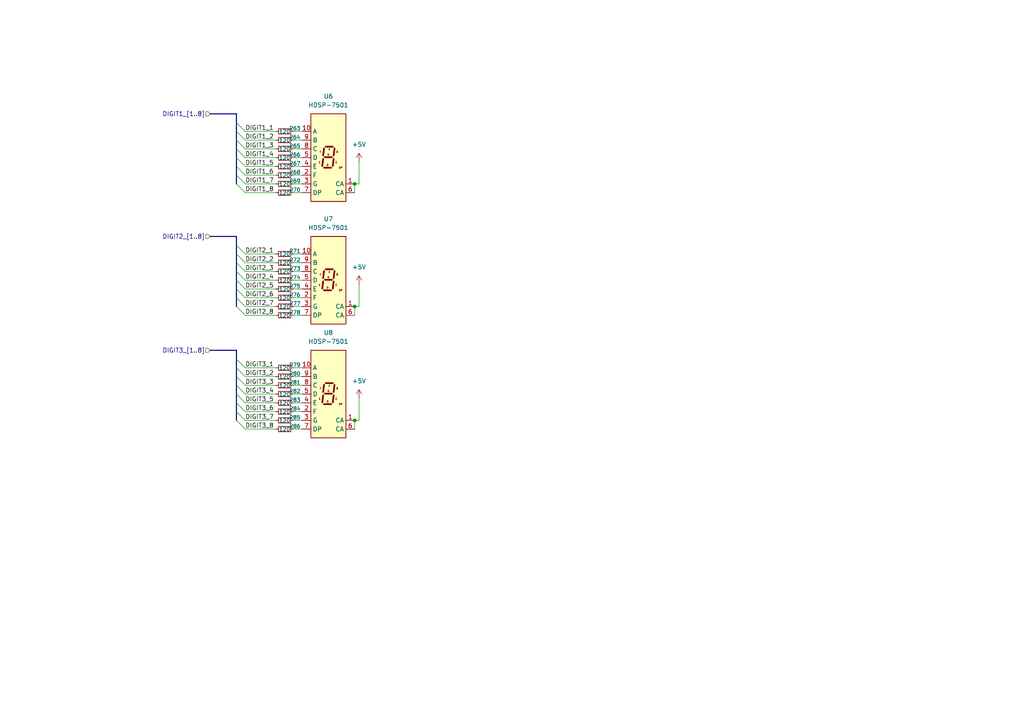
<source format=kicad_sch>
(kicad_sch (version 20211123) (generator eeschema)
  (paper "A4")
  (title_block (title "Arena Clock Carrier") (date "2023-11-19") (rev "1.0") (company "MassDestruction (Sarah Pohorecky)"))
  (lib_symbols
    (symbol "Device:R_Small" (pin_numbers hide) (pin_names (offset 0.254) hide)
      (property "Reference" "R" (at 0.762 0.508 0))
      (property "Value" "R_Small" (at 0.762 -1.016 0))
      (symbol "R_Small_0_1"
        (rectangle (start -0.762 1.778) (end 0.762 -1.778) (stroke (width 0.2032)))
      )
      (symbol "R_Small_1_1"
        (pin passive line (at 0 2.54 270) (length 0.762) (name "~") (number "1"))
        (pin passive line (at 0 -2.54 90) (length 0.762) (name "~") (number "2"))
      )
    )
    (symbol "Display_Character:HDSP-7501"
      (property "Reference" "U" (at -3.81 13.97 0))
      (property "Value" "HDSP-7501" (at 6.35 13.97 0))
      (symbol "HDSP-7501_1_0"
        (text "A" (at 0.254 2.413 0) (effects (font (size 0.508 0.508))))
        (text "B" (at 2.54 1.651 0) (effects (font (size 0.508 0.508))))
        (text "C" (at 2.286 -1.397 0) (effects (font (size 0.508 0.508))))
        (text "D" (at -0.254 -2.159 0) (effects (font (size 0.508 0.508))))
        (text "DP" (at 3.556 -2.921 0) (effects (font (size 0.508 0.508))))
        (text "E" (at -2.54 -1.397 0) (effects (font (size 0.508 0.508))))
        (text "F" (at -2.286 1.651 0) (effects (font (size 0.508 0.508))))
        (text "G" (at 0 0.889 0) (effects (font (size 0.508 0.508))))
      )
      (symbol "HDSP-7501_1_1"
        (rectangle (start -5.08 12.7) (end 5.08 -12.7) (stroke (width 0.254)) (fill (type background)))
        (polyline (pts (xy -1.524 -0.381) (xy -1.778 -2.413)) (stroke (width 0.508)))
        (polyline (pts (xy -1.27 -2.921) (xy 0.762 -2.921)) (stroke (width 0.508)))
        (polyline (pts (xy -1.27 2.667) (xy -1.524 0.635)) (stroke (width 0.508)))
        (polyline (pts (xy -1.016 0.127) (xy 1.016 0.127)) (stroke (width 0.508)))
        (polyline (pts (xy -0.762 3.175) (xy 1.27 3.175)) (stroke (width 0.508)))
        (polyline (pts (xy 1.524 -0.381) (xy 1.27 -2.413)) (stroke (width 0.508)))
        (polyline (pts (xy 1.778 2.667) (xy 1.524 0.635)) (stroke (width 0.508)))
        (polyline (pts (xy 2.54 -2.921) (xy 2.54 -2.921)) (stroke (width 0.508)))
        (pin input line (at 7.62 -7.62 180) (length 2.54) (name "CA") (number "1"))
        (pin input line (at -7.62 7.62 0) (length 2.54) (name "A") (number "10"))
        (pin input line (at -7.62 -5.08 0) (length 2.54) (name "F") (number "2"))
        (pin input line (at -7.62 -7.62 0) (length 2.54) (name "G") (number "3"))
        (pin input line (at -7.62 -2.54 0) (length 2.54) (name "E") (number "4"))
        (pin input line (at -7.62 0 0) (length 2.54) (name "D") (number "5"))
        (pin input line (at 7.62 -10.16 180) (length 2.54) (name "CA") (number "6"))
        (pin input line (at -7.62 -10.16 0) (length 2.54) (name "DP") (number "7"))
        (pin input line (at -7.62 2.54 0) (length 2.54) (name "C") (number "8"))
        (pin input line (at -7.62 5.08 0) (length 2.54) (name "B") (number "9"))
      )
    )
    (symbol "power:+5V" (power) (pin_names (offset 0))
      (property "Value" "+5V" (at 0 3.556 0))
      (symbol "+5V_0_1"
        (polyline (pts (xy -0.762 1.27) (xy 0 2.54)))
        (polyline (pts (xy 0 0) (xy 0 2.54)))
        (polyline (pts (xy 0 2.54) (xy 0.762 1.27)))
      )
      (symbol "+5V_1_1"
        (pin power_in line (at 0 0 90) (length 0) hide (name "+5V") (number "1"))
      )
    )
  )
  (junction (at 102.87 53.34))
  (junction (at 102.87 121.92))
  (junction (at 102.87 88.9))
  (bus_entry (at 68.58 111.76) (size 2.54 2.54))
  (bus_entry (at 68.58 106.68) (size 2.54 2.54))
  (bus_entry (at 68.58 81.28) (size 2.54 2.54))
  (bus_entry (at 68.58 114.3) (size 2.54 2.54))
  (bus_entry (at 68.58 83.82) (size 2.54 2.54))
  (bus_entry (at 68.58 73.66) (size 2.54 2.54))
  (bus_entry (at 68.58 45.72) (size 2.54 2.54))
  (bus_entry (at 68.58 53.34) (size 2.54 2.54))
  (bus_entry (at 68.58 43.18) (size 2.54 2.54))
  (bus_entry (at 68.58 116.84) (size 2.54 2.54))
  (bus_entry (at 68.58 119.38) (size 2.54 2.54))
  (bus_entry (at 68.58 76.2) (size 2.54 2.54))
  (bus_entry (at 68.58 109.22) (size 2.54 2.54))
  (bus_entry (at 68.58 78.74) (size 2.54 2.54))
  (bus_entry (at 68.58 40.64) (size 2.54 2.54))
  (bus_entry (at 68.58 88.9) (size 2.54 2.54))
  (bus_entry (at 68.58 48.26) (size 2.54 2.54))
  (bus_entry (at 68.58 50.8) (size 2.54 2.54))
  (bus_entry (at 68.58 86.36) (size 2.54 2.54))
  (bus_entry (at 68.58 121.92) (size 2.54 2.54))
  (bus_entry (at 68.58 104.14) (size 2.54 2.54))
  (bus_entry (at 68.58 71.12) (size 2.54 2.54))
  (bus_entry (at 68.58 38.1) (size 2.54 2.54))
  (bus_entry (at 68.58 35.56) (size 2.54 2.54))
  (wire (pts (xy 104.14 82.55) (xy 104.14 88.9)))
  (wire (pts (xy 85.09 83.82) (xy 87.63 83.82)))
  (wire (pts (xy 85.09 116.84) (xy 87.63 116.84)))
  (wire (pts (xy 71.12 88.9) (xy 80.01 88.9)))
  (wire (pts (xy 71.12 45.72) (xy 80.01 45.72)))
  (bus (pts (xy 60.96 68.58) (xy 68.58 68.58)))
  (bus (pts (xy 68.58 73.66) (xy 68.58 76.2)))
  (wire (pts (xy 104.14 53.34) (xy 102.87 53.34)))
  (wire (pts (xy 71.12 78.74) (xy 80.01 78.74)))
  (wire (pts (xy 85.09 88.9) (xy 87.63 88.9)))
  (bus (pts (xy 68.58 76.2) (xy 68.58 78.74)))
  (bus (pts (xy 68.58 38.1) (xy 68.58 40.64)))
  (wire (pts (xy 71.12 116.84) (xy 80.01 116.84)))
  (wire (pts (xy 71.12 53.34) (xy 80.01 53.34)))
  (wire (pts (xy 104.14 121.92) (xy 102.87 121.92)))
  (wire (pts (xy 85.09 81.28) (xy 87.63 81.28)))
  (wire (pts (xy 104.14 46.99) (xy 104.14 53.34)))
  (bus (pts (xy 60.96 33.02) (xy 68.58 33.02)))
  (wire (pts (xy 102.87 88.9) (xy 102.87 91.44)))
  (wire (pts (xy 85.09 73.66) (xy 87.63 73.66)))
  (wire (pts (xy 102.87 53.34) (xy 102.87 55.88)))
  (wire (pts (xy 85.09 40.64) (xy 87.63 40.64)))
  (bus (pts (xy 68.58 33.02) (xy 68.58 35.56)))
  (wire (pts (xy 85.09 91.44) (xy 87.63 91.44)))
  (wire (pts (xy 71.12 50.8) (xy 80.01 50.8)))
  (bus (pts (xy 68.58 83.82) (xy 68.58 86.36)))
  (bus (pts (xy 68.58 71.12) (xy 68.58 73.66)))
  (wire (pts (xy 71.12 121.92) (xy 80.01 121.92)))
  (bus (pts (xy 68.58 78.74) (xy 68.58 81.28)))
  (wire (pts (xy 85.09 53.34) (xy 87.63 53.34)))
  (wire (pts (xy 85.09 109.22) (xy 87.63 109.22)))
  (wire (pts (xy 71.12 114.3) (xy 80.01 114.3)))
  (bus (pts (xy 68.58 45.72) (xy 68.58 48.26)))
  (bus (pts (xy 68.58 101.6) (xy 68.58 104.14)))
  (bus (pts (xy 68.58 40.64) (xy 68.58 43.18)))
  (wire (pts (xy 71.12 86.36) (xy 80.01 86.36)))
  (wire (pts (xy 71.12 73.66) (xy 80.01 73.66)))
  (bus (pts (xy 68.58 111.76) (xy 68.58 114.3)))
  (bus (pts (xy 68.58 81.28) (xy 68.58 83.82)))
  (wire (pts (xy 71.12 38.1) (xy 80.01 38.1)))
  (wire (pts (xy 85.09 124.46) (xy 87.63 124.46)))
  (wire (pts (xy 71.12 43.18) (xy 80.01 43.18)))
  (wire (pts (xy 71.12 91.44) (xy 80.01 91.44)))
  (wire (pts (xy 71.12 109.22) (xy 80.01 109.22)))
  (wire (pts (xy 71.12 106.68) (xy 80.01 106.68)))
  (wire (pts (xy 85.09 119.38) (xy 87.63 119.38)))
  (wire (pts (xy 85.09 78.74) (xy 87.63 78.74)))
  (bus (pts (xy 68.58 43.18) (xy 68.58 45.72)))
  (wire (pts (xy 85.09 106.68) (xy 87.63 106.68)))
  (bus (pts (xy 68.58 119.38) (xy 68.58 121.92)))
  (wire (pts (xy 85.09 86.36) (xy 87.63 86.36)))
  (bus (pts (xy 68.58 35.56) (xy 68.58 38.1)))
  (wire (pts (xy 85.09 55.88) (xy 87.63 55.88)))
  (wire (pts (xy 71.12 40.64) (xy 80.01 40.64)))
  (wire (pts (xy 71.12 76.2) (xy 80.01 76.2)))
  (wire (pts (xy 71.12 111.76) (xy 80.01 111.76)))
  (bus (pts (xy 68.58 48.26) (xy 68.58 50.8)))
  (wire (pts (xy 71.12 55.88) (xy 80.01 55.88)))
  (bus (pts (xy 68.58 116.84) (xy 68.58 119.38)))
  (wire (pts (xy 85.09 114.3) (xy 87.63 114.3)))
  (bus (pts (xy 68.58 68.58) (xy 68.58 71.12)))
  (wire (pts (xy 85.09 38.1) (xy 87.63 38.1)))
  (bus (pts (xy 68.58 109.22) (xy 68.58 111.76)))
  (wire (pts (xy 71.12 83.82) (xy 80.01 83.82)))
  (bus (pts (xy 68.58 50.8) (xy 68.58 53.34)))
  (wire (pts (xy 104.14 88.9) (xy 102.87 88.9)))
  (bus (pts (xy 68.58 86.36) (xy 68.58 88.9)))
  (wire (pts (xy 104.14 115.57) (xy 104.14 121.92)))
  (wire (pts (xy 71.12 81.28) (xy 80.01 81.28)))
  (wire (pts (xy 71.12 124.46) (xy 80.01 124.46)))
  (wire (pts (xy 85.09 45.72) (xy 87.63 45.72)))
  (wire (pts (xy 85.09 43.18) (xy 87.63 43.18)))
  (wire (pts (xy 102.87 121.92) (xy 102.87 124.46)))
  (bus (pts (xy 68.58 106.68) (xy 68.58 109.22)))
  (bus (pts (xy 68.58 104.14) (xy 68.58 106.68)))
  (wire (pts (xy 85.09 111.76) (xy 87.63 111.76)))
  (wire (pts (xy 85.09 50.8) (xy 87.63 50.8)))
  (wire (pts (xy 71.12 48.26) (xy 80.01 48.26)))
  (wire (pts (xy 85.09 121.92) (xy 87.63 121.92)))
  (wire (pts (xy 71.12 119.38) (xy 80.01 119.38)))
  (wire (pts (xy 85.09 48.26) (xy 87.63 48.26)))
  (bus (pts (xy 60.96 101.6) (xy 68.58 101.6)))
  (bus (pts (xy 68.58 114.3) (xy 68.58 116.84)))
  (wire (pts (xy 85.09 76.2) (xy 87.63 76.2)))
  (label "DIGIT2_1" (at 71.12 73.66 0))
  (label "DIGIT3_6" (at 71.12 119.38 0))
  (label "DIGIT2_6" (at 71.12 86.36 0))
  (label "DIGIT3_3" (at 71.12 111.76 0))
  (label "DIGIT3_5" (at 71.12 116.84 0))
  (label "DIGIT3_7" (at 71.12 121.92 0))
  (label "DIGIT1_6" (at 71.12 50.8 0))
  (label "DIGIT2_4" (at 71.12 81.28 0))
  (label "DIGIT1_2" (at 71.12 40.64 0))
  (label "DIGIT2_2" (at 71.12 76.2 0))
  (label "DIGIT3_4" (at 71.12 114.3 0))
  (label "DIGIT2_8" (at 71.12 91.44 0))
  (label "DIGIT1_1" (at 71.12 38.1 0))
  (label "DIGIT1_3" (at 71.12 43.18 0))
  (label "DIGIT1_7" (at 71.12 53.34 0))
  (label "DIGIT3_2" (at 71.12 109.22 0))
  (label "DIGIT2_5" (at 71.12 83.82 0))
  (label "DIGIT3_1" (at 71.12 106.68 0))
  (label "DIGIT2_7" (at 71.12 88.9 0))
  (label "DIGIT1_8" (at 71.12 55.88 0))
  (label "DIGIT1_4" (at 71.12 45.72 0))
  (label "DIGIT1_5" (at 71.12 48.26 0))
  (label "DIGIT3_8" (at 71.12 124.46 0))
  (label "DIGIT2_3" (at 71.12 78.74 0))
  (hierarchical_label "DIGIT1_[1..8]" (shape input) (at 60.96 33.02 180))
  (hierarchical_label "DIGIT3_[1..8]" (shape input) (at 60.96 101.6 180))
  (hierarchical_label "DIGIT2_[1..8]" (shape input) (at 60.96 68.58 180))
  (symbol (lib_id "Device:R_Small") (at 82.55 124.46 90) (unit 1)
    (property "Reference" "R86" (at 85.5166 123.6195 90) (effects (font (size 1.1 1.1))))
    (property "Value" "120" (at 82.5514 124.5234 90) (effects (font (size 1.1 1.1))))
    (property "Footprint" "Resistor_SMD:R_0805_2012Metric_Pad1.20x1.40mm_HandSolder" (effects hide))
  )
  (symbol (lib_id "Device:R_Small") (at 82.55 45.72 90) (unit 1)
    (property "Reference" "R66" (at 85.5166 44.8795 90) (effects (font (size 1.1 1.1))))
    (property "Value" "120" (at 82.5514 45.7834 90) (effects (font (size 1.1 1.1))))
    (property "Footprint" "Resistor_SMD:R_0805_2012Metric_Pad1.20x1.40mm_HandSolder" (effects hide))
  )
  (symbol (lib_id "Device:R_Small") (at 82.55 48.26 90) (unit 1)
    (property "Reference" "R67" (at 85.5166 47.4195 90) (effects (font (size 1.1 1.1))))
    (property "Value" "120" (at 82.5514 48.3234 90) (effects (font (size 1.1 1.1))))
    (property "Footprint" "Resistor_SMD:R_0805_2012Metric_Pad1.20x1.40mm_HandSolder" (effects hide))
  )
  (symbol (lib_id "Device:R_Small") (at 82.55 88.9 90) (unit 1)
    (property "Reference" "R77" (at 85.5166 88.0595 90) (effects (font (size 1.1 1.1))))
    (property "Value" "120" (at 82.5514 88.9634 90) (effects (font (size 1.1 1.1))))
    (property "Footprint" "Resistor_SMD:R_0805_2012Metric_Pad1.20x1.40mm_HandSolder" (effects hide))
  )
  (symbol (lib_id "power:+5V") (at 104.14 115.57 0) (unit 1)
    (property "Reference" "#PWR038" (effects hide))
    (property "Value" "+5V" (at 104.14 110.49 0))
  )
  (symbol (lib_id "Device:R_Small") (at 82.55 50.8 90) (unit 1)
    (property "Reference" "R68" (at 85.5166 49.9595 90) (effects (font (size 1.1 1.1))))
    (property "Value" "120" (at 82.5514 50.8634 90) (effects (font (size 1.1 1.1))))
    (property "Footprint" "Resistor_SMD:R_0805_2012Metric_Pad1.20x1.40mm_HandSolder" (effects hide))
  )
  (symbol (lib_id "Device:R_Small") (at 82.55 55.88 90) (unit 1)
    (property "Reference" "R70" (at 85.5166 55.0395 90) (effects (font (size 1.1 1.1))))
    (property "Value" "120" (at 82.5514 55.9434 90) (effects (font (size 1.1 1.1))))
    (property "Footprint" "Resistor_SMD:R_0805_2012Metric_Pad1.20x1.40mm_HandSolder" (effects hide))
  )
  (symbol (lib_id "Device:R_Small") (at 82.55 111.76 90) (unit 1)
    (property "Reference" "R81" (at 85.5166 110.9195 90) (effects (font (size 1.1 1.1))))
    (property "Value" "120" (at 82.5514 111.8234 90) (effects (font (size 1.1 1.1))))
    (property "Footprint" "Resistor_SMD:R_0805_2012Metric_Pad1.20x1.40mm_HandSolder" (effects hide))
  )
  (symbol (lib_id "Device:R_Small") (at 82.55 83.82 90) (unit 1)
    (property "Reference" "R75" (at 85.5166 82.9795 90) (effects (font (size 1.1 1.1))))
    (property "Value" "120" (at 82.5514 83.8834 90) (effects (font (size 1.1 1.1))))
    (property "Footprint" "Resistor_SMD:R_0805_2012Metric_Pad1.20x1.40mm_HandSolder" (effects hide))
  )
  (symbol (lib_id "Device:R_Small") (at 82.55 78.74 90) (unit 1)
    (property "Reference" "R73" (at 85.5166 77.8995 90) (effects (font (size 1.1 1.1))))
    (property "Value" "120" (at 82.5514 78.8034 90) (effects (font (size 1.1 1.1))))
    (property "Footprint" "Resistor_SMD:R_0805_2012Metric_Pad1.20x1.40mm_HandSolder" (effects hide))
  )
  (symbol (lib_id "Device:R_Small") (at 82.55 38.1 90) (unit 1)
    (property "Reference" "R63" (at 85.5166 37.2595 90) (effects (font (size 1.1 1.1))))
    (property "Value" "120" (at 82.5514 38.1634 90) (effects (font (size 1.1 1.1))))
    (property "Footprint" "Resistor_SMD:R_0805_2012Metric_Pad1.20x1.40mm_HandSolder" (effects hide))
  )
  (symbol (lib_id "Device:R_Small") (at 82.55 114.3 90) (unit 1)
    (property "Reference" "R82" (at 85.5166 113.4595 90) (effects (font (size 1.1 1.1))))
    (property "Value" "120" (at 82.5514 114.3634 90) (effects (font (size 1.1 1.1))))
    (property "Footprint" "Resistor_SMD:R_0805_2012Metric_Pad1.20x1.40mm_HandSolder" (effects hide))
  )
  (symbol (lib_id "power:+5V") (at 104.14 46.99 0) (unit 1)
    (property "Reference" "#PWR036" (effects hide))
    (property "Value" "+5V" (at 104.14 41.91 0))
  )
  (symbol (lib_id "Device:R_Small") (at 82.55 73.66 90) (unit 1)
    (property "Reference" "R71" (at 85.5166 72.8195 90) (effects (font (size 1.1 1.1))))
    (property "Value" "120" (at 82.5514 73.7234 90) (effects (font (size 1.1 1.1))))
    (property "Footprint" "Resistor_SMD:R_0805_2012Metric_Pad1.20x1.40mm_HandSolder" (effects hide))
  )
  (symbol (lib_id "Device:R_Small") (at 82.55 86.36 90) (unit 1)
    (property "Reference" "R76" (at 85.5166 85.5195 90) (effects (font (size 1.1 1.1))))
    (property "Value" "120" (at 82.5514 86.4234 90) (effects (font (size 1.1 1.1))))
    (property "Footprint" "Resistor_SMD:R_0805_2012Metric_Pad1.20x1.40mm_HandSolder" (effects hide))
  )
  (symbol (lib_id "Device:R_Small") (at 82.55 81.28 90) (unit 1)
    (property "Reference" "R74" (at 85.5166 80.4395 90) (effects (font (size 1.1 1.1))))
    (property "Value" "120" (at 82.5514 81.3434 90) (effects (font (size 1.1 1.1))))
    (property "Footprint" "Resistor_SMD:R_0805_2012Metric_Pad1.20x1.40mm_HandSolder" (effects hide))
  )
  (symbol (lib_id "Device:R_Small") (at 82.55 43.18 90) (unit 1)
    (property "Reference" "R65" (at 85.5166 42.3395 90) (effects (font (size 1.1 1.1))))
    (property "Value" "120" (at 82.5514 43.2434 90) (effects (font (size 1.1 1.1))))
    (property "Footprint" "Resistor_SMD:R_0805_2012Metric_Pad1.20x1.40mm_HandSolder" (effects hide))
  )
  (symbol (lib_id "Device:R_Small") (at 82.55 121.92 90) (unit 1)
    (property "Reference" "R85" (at 85.5166 121.0795 90) (effects (font (size 1.1 1.1))))
    (property "Value" "120" (at 82.5514 121.9834 90) (effects (font (size 1.1 1.1))))
    (property "Footprint" "Resistor_SMD:R_0805_2012Metric_Pad1.20x1.40mm_HandSolder" (effects hide))
  )
  (symbol (lib_id "Device:R_Small") (at 82.55 119.38 90) (unit 1)
    (property "Reference" "R84" (at 85.5166 118.5395 90) (effects (font (size 1.1 1.1))))
    (property "Value" "120" (at 82.5514 119.4434 90) (effects (font (size 1.1 1.1))))
    (property "Footprint" "Resistor_SMD:R_0805_2012Metric_Pad1.20x1.40mm_HandSolder" (effects hide))
  )
  (symbol (lib_id "Device:R_Small") (at 82.55 91.44 90) (unit 1)
    (property "Reference" "R78" (at 85.5166 90.5995 90) (effects (font (size 1.1 1.1))))
    (property "Value" "120" (at 82.5514 91.5034 90) (effects (font (size 1.1 1.1))))
    (property "Footprint" "Resistor_SMD:R_0805_2012Metric_Pad1.20x1.40mm_HandSolder" (effects hide))
  )
  (symbol (lib_id "Display_Character:HDSP-7501") (at 95.25 45.72 0) (unit 1)
    (property "Reference" "U6" (at 95.25 27.94 0))
    (property "Value" "HDSP-7501" (at 95.25 30.48 0))
    (property "Footprint" "Display_7Segment:HDSP-A151" (effects hide))
    (property "Datasheet" "https://docs.broadcom.com/docs/AV02-2553EN" (effects hide))
  )
  (symbol (lib_id "Device:R_Small") (at 82.55 53.34 90) (unit 1)
    (property "Reference" "R69" (at 85.5166 52.4995 90) (effects (font (size 1.1 1.1))))
    (property "Value" "120" (at 82.5514 53.4034 90) (effects (font (size 1.1 1.1))))
    (property "Footprint" "Resistor_SMD:R_0805_2012Metric_Pad1.20x1.40mm_HandSolder" (effects hide))
  )
  (symbol (lib_id "Display_Character:HDSP-7501") (at 95.25 114.3 0) (unit 1)
    (property "Reference" "U8" (at 95.25 96.52 0))
    (property "Value" "HDSP-7501" (at 95.25 99.06 0))
    (property "Footprint" "Display_7Segment:HDSP-A151" (effects hide))
    (property "Datasheet" "https://docs.broadcom.com/docs/AV02-2553EN" (effects hide))
  )
  (symbol (lib_id "Device:R_Small") (at 82.55 109.22 90) (unit 1)
    (property "Reference" "R80" (at 85.5166 108.3795 90) (effects (font (size 1.1 1.1))))
    (property "Value" "120" (at 82.5514 109.2834 90) (effects (font (size 1.1 1.1))))
    (property "Footprint" "Resistor_SMD:R_0805_2012Metric_Pad1.20x1.40mm_HandSolder" (effects hide))
  )
  (symbol (lib_id "power:+5V") (at 104.14 82.55 0) (unit 1)
    (property "Reference" "#PWR037" (effects hide))
    (property "Value" "+5V" (at 104.14 77.47 0))
  )
  (symbol (lib_id "Display_Character:HDSP-7501") (at 95.25 81.28 0) (unit 1)
    (property "Reference" "U7" (at 95.25 63.5 0))
    (property "Value" "HDSP-7501" (at 95.25 66.04 0))
    (property "Footprint" "Display_7Segment:HDSP-A151" (effects hide))
    (property "Datasheet" "https://docs.broadcom.com/docs/AV02-2553EN" (effects hide))
  )
  (symbol (lib_id "Device:R_Small") (at 82.55 76.2 90) (unit 1)
    (property "Reference" "R72" (at 85.5166 75.3595 90) (effects (font (size 1.1 1.1))))
    (property "Value" "120" (at 82.5514 76.2634 90) (effects (font (size 1.1 1.1))))
    (property "Footprint" "Resistor_SMD:R_0805_2012Metric_Pad1.20x1.40mm_HandSolder" (effects hide))
  )
  (symbol (lib_id "Device:R_Small") (at 82.55 40.64 90) (unit 1)
    (property "Reference" "R64" (at 85.5166 39.7995 90) (effects (font (size 1.1 1.1))))
    (property "Value" "120" (at 82.5514 40.7034 90) (effects (font (size 1.1 1.1))))
    (property "Footprint" "Resistor_SMD:R_0805_2012Metric_Pad1.20x1.40mm_HandSolder" (effects hide))
  )
  (symbol (lib_id "Device:R_Small") (at 82.55 116.84 90) (unit 1)
    (property "Reference" "R83" (at 85.5166 115.9995 90) (effects (font (size 1.1 1.1))))
    (property "Value" "120" (at 82.5514 116.9034 90) (effects (font (size 1.1 1.1))))
    (property "Footprint" "Resistor_SMD:R_0805_2012Metric_Pad1.20x1.40mm_HandSolder" (effects hide))
  )
  (symbol (lib_id "Device:R_Small") (at 82.55 106.68 90) (unit 1)
    (property "Reference" "R79" (at 85.5166 105.8395 90) (effects (font (size 1.1 1.1))))
    (property "Value" "120" (at 82.5514 106.7434 90) (effects (font (size 1.1 1.1))))
    (property "Footprint" "Resistor_SMD:R_0805_2012Metric_Pad1.20x1.40mm_HandSolder" (effects hide))
  )
)
</source>
